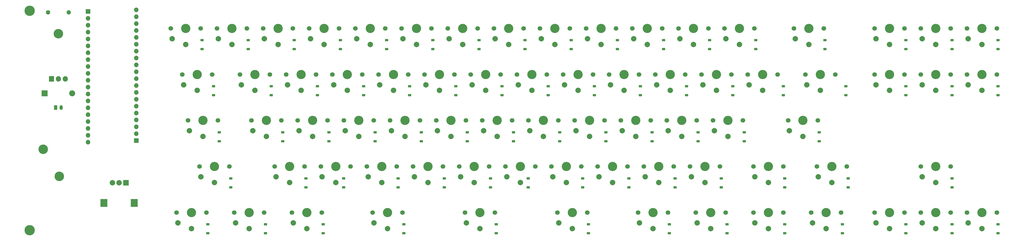
<source format=gbr>
%TF.GenerationSoftware,KiCad,Pcbnew,8.0.1*%
%TF.CreationDate,2024-07-20T19:57:27+09:00*%
%TF.ProjectId,lowd75,6c6f7764-3735-42e6-9b69-6361645f7063,rev?*%
%TF.SameCoordinates,Original*%
%TF.FileFunction,Soldermask,Bot*%
%TF.FilePolarity,Negative*%
%FSLAX46Y46*%
G04 Gerber Fmt 4.6, Leading zero omitted, Abs format (unit mm)*
G04 Created by KiCad (PCBNEW 8.0.1) date 2024-07-20 19:57:27*
%MOMM*%
%LPD*%
G01*
G04 APERTURE LIST*
G04 Aperture macros list*
%AMRoundRect*
0 Rectangle with rounded corners*
0 $1 Rounding radius*
0 $2 $3 $4 $5 $6 $7 $8 $9 X,Y pos of 4 corners*
0 Add a 4 corners polygon primitive as box body*
4,1,4,$2,$3,$4,$5,$6,$7,$8,$9,$2,$3,0*
0 Add four circle primitives for the rounded corners*
1,1,$1+$1,$2,$3*
1,1,$1+$1,$4,$5*
1,1,$1+$1,$6,$7*
1,1,$1+$1,$8,$9*
0 Add four rect primitives between the rounded corners*
20,1,$1+$1,$2,$3,$4,$5,0*
20,1,$1+$1,$4,$5,$6,$7,0*
20,1,$1+$1,$6,$7,$8,$9,0*
20,1,$1+$1,$8,$9,$2,$3,0*%
G04 Aperture macros list end*
%ADD10C,1.700000*%
%ADD11C,3.400000*%
%ADD12C,2.000000*%
%ADD13R,2.000000X2.000000*%
%ADD14R,2.500000X3.000000*%
%ADD15C,1.600000*%
%ADD16O,1.600000X1.600000*%
%ADD17R,2.200000X2.200000*%
%ADD18O,2.200000X2.200000*%
%ADD19R,1.700000X1.700000*%
%ADD20O,1.700000X1.700000*%
%ADD21RoundRect,0.250000X-0.350000X-0.625000X0.350000X-0.625000X0.350000X0.625000X-0.350000X0.625000X0*%
%ADD22O,1.200000X1.750000*%
%ADD23C,3.800000*%
%ADD24C,3.500000*%
%ADD25O,3.500000X3.500000*%
%ADD26R,1.905000X2.000000*%
%ADD27O,1.905000X2.000000*%
%ADD28RoundRect,0.225000X0.375000X-0.225000X0.375000X0.225000X-0.375000X0.225000X-0.375000X-0.225000X0*%
G04 APERTURE END LIST*
D10*
%TO.C,SW42*%
X645775000Y-173525000D03*
D11*
X651275000Y-173525000D03*
D10*
X656775000Y-173525000D03*
D12*
X646275000Y-177325000D03*
X651275000Y-179425000D03*
%TD*%
D10*
%TO.C,SW44*%
X679775000Y-173525000D03*
D11*
X685275000Y-173525000D03*
D10*
X690775000Y-173525000D03*
D12*
X680275000Y-177325000D03*
X685275000Y-179425000D03*
%TD*%
D10*
%TO.C,SW16*%
X790275000Y-139525000D03*
D11*
X795775000Y-139525000D03*
D10*
X801275000Y-139525000D03*
D12*
X790775000Y-143325000D03*
X795775000Y-145425000D03*
%TD*%
D13*
%TO.C,encoder1*%
X497500000Y-196500000D03*
D12*
X492500000Y-196500000D03*
X495000000Y-196500000D03*
D14*
X500600000Y-204000000D03*
X489400000Y-204000000D03*
%TD*%
D10*
%TO.C,SW41*%
X628775000Y-173525000D03*
D11*
X634275000Y-173525000D03*
D10*
X639775000Y-173525000D03*
D12*
X629275000Y-177325000D03*
X634275000Y-179425000D03*
%TD*%
D10*
%TO.C,SW26*%
X658525000Y-156525000D03*
D11*
X664025000Y-156525000D03*
D10*
X669525000Y-156525000D03*
D12*
X659025000Y-160325000D03*
X664025000Y-162425000D03*
%TD*%
D15*
%TO.C,R1*%
X468830000Y-133615000D03*
D16*
X476450000Y-133615000D03*
%TD*%
D10*
%TO.C,SW39*%
X594775000Y-173525000D03*
D11*
X600275000Y-173525000D03*
D10*
X605775000Y-173525000D03*
D12*
X595275000Y-177325000D03*
X600275000Y-179425000D03*
%TD*%
D10*
%TO.C,SW24*%
X624525000Y-156525000D03*
D11*
X630025000Y-156525000D03*
D10*
X635525000Y-156525000D03*
D12*
X625025000Y-160325000D03*
X630025000Y-162425000D03*
%TD*%
D10*
%TO.C,SW45*%
X696775000Y-173525000D03*
D11*
X702275000Y-173525000D03*
D10*
X707775000Y-173525000D03*
D12*
X697275000Y-177325000D03*
X702275000Y-179425000D03*
%TD*%
D10*
%TO.C,SW66*%
X622400000Y-207525000D03*
D11*
X627900000Y-207525000D03*
D10*
X633400000Y-207525000D03*
D12*
X622900000Y-211325000D03*
X627900000Y-213425000D03*
%TD*%
D10*
%TO.C,SW12*%
X701025000Y-139525000D03*
D11*
X706525000Y-139525000D03*
D10*
X712025000Y-139525000D03*
D12*
X701525000Y-143325000D03*
X706525000Y-145425000D03*
%TD*%
D10*
%TO.C,SW20*%
X556525000Y-156525000D03*
D11*
X562025000Y-156525000D03*
D10*
X567525000Y-156525000D03*
D12*
X557025000Y-160325000D03*
X562025000Y-162425000D03*
%TD*%
D10*
%TO.C,SW54*%
X637275000Y-190525000D03*
D11*
X642775000Y-190525000D03*
D10*
X648275000Y-190525000D03*
D12*
X637775000Y-194325000D03*
X642775000Y-196425000D03*
%TD*%
D10*
%TO.C,SW1*%
X514025000Y-139525000D03*
D11*
X519525000Y-139525000D03*
D10*
X525025000Y-139525000D03*
D12*
X514525000Y-143325000D03*
X519525000Y-145425000D03*
%TD*%
D10*
%TO.C,SW40*%
X611775000Y-173525000D03*
D11*
X617275000Y-173525000D03*
D10*
X622775000Y-173525000D03*
D12*
X612275000Y-177325000D03*
X617275000Y-179425000D03*
%TD*%
D10*
%TO.C,SW23*%
X607525000Y-156525000D03*
D11*
X613025000Y-156525000D03*
D10*
X618525000Y-156525000D03*
D12*
X608025000Y-160325000D03*
X613025000Y-162425000D03*
%TD*%
D10*
%TO.C,SW35*%
X520400000Y-173525000D03*
D11*
X525900000Y-173525000D03*
D10*
X531400000Y-173525000D03*
D12*
X520900000Y-177325000D03*
X525900000Y-179425000D03*
%TD*%
D17*
%TO.C,D75*%
X467560000Y-163515000D03*
D18*
X477720000Y-163515000D03*
%TD*%
D10*
%TO.C,SW7*%
X616025000Y-139525000D03*
D11*
X621525000Y-139525000D03*
D10*
X627025000Y-139525000D03*
D12*
X616525000Y-143325000D03*
X621525000Y-145425000D03*
%TD*%
D10*
%TO.C,SW60*%
X752025000Y-190525000D03*
D11*
X757525000Y-190525000D03*
D10*
X763025000Y-190525000D03*
D12*
X752525000Y-194325000D03*
X757525000Y-196425000D03*
%TD*%
D10*
%TO.C,SW21*%
X573525000Y-156525000D03*
D11*
X579025000Y-156525000D03*
D10*
X584525000Y-156525000D03*
D12*
X574025000Y-160325000D03*
X579025000Y-162425000D03*
%TD*%
D10*
%TO.C,SW9*%
X650025000Y-139525000D03*
D11*
X655525000Y-139525000D03*
D10*
X661025000Y-139525000D03*
D12*
X650525000Y-143325000D03*
X655525000Y-145425000D03*
%TD*%
D10*
%TO.C,SW70*%
X728650000Y-207525000D03*
D11*
X734150000Y-207525000D03*
D10*
X739650000Y-207525000D03*
D12*
X729150000Y-211325000D03*
X734150000Y-213425000D03*
%TD*%
D10*
%TO.C,SW4*%
X565025000Y-139525000D03*
D11*
X570525000Y-139525000D03*
D10*
X576025000Y-139525000D03*
D12*
X565525000Y-143325000D03*
X570525000Y-145425000D03*
%TD*%
D10*
%TO.C,SW3*%
X548025000Y-139525000D03*
D11*
X553525000Y-139525000D03*
D10*
X559025000Y-139525000D03*
D12*
X548525000Y-143325000D03*
X553525000Y-145425000D03*
%TD*%
D10*
%TO.C,SW51*%
X586275000Y-190525000D03*
D11*
X591775000Y-190525000D03*
D10*
X597275000Y-190525000D03*
D12*
X586775000Y-194325000D03*
X591775000Y-196425000D03*
%TD*%
D10*
%TO.C,SW64*%
X558650000Y-207525000D03*
D11*
X564150000Y-207525000D03*
D10*
X569650000Y-207525000D03*
D12*
X559150000Y-211325000D03*
X564150000Y-213425000D03*
%TD*%
D10*
%TO.C,SW74*%
X807275000Y-207525000D03*
D11*
X812775000Y-207525000D03*
D10*
X818275000Y-207525000D03*
D12*
X807775000Y-211325000D03*
X812775000Y-213425000D03*
%TD*%
D10*
%TO.C,SW15*%
X773275000Y-139525000D03*
D11*
X778775000Y-139525000D03*
D10*
X784275000Y-139525000D03*
D12*
X773775000Y-143325000D03*
X778775000Y-145425000D03*
%TD*%
D10*
%TO.C,SW31*%
X747775000Y-156525000D03*
D11*
X753275000Y-156525000D03*
D10*
X758775000Y-156525000D03*
D12*
X748275000Y-160325000D03*
X753275000Y-162425000D03*
%TD*%
D10*
%TO.C,SW68*%
X686150000Y-207525000D03*
D11*
X691650000Y-207525000D03*
D10*
X697150000Y-207525000D03*
D12*
X686650000Y-211325000D03*
X691650000Y-213425000D03*
%TD*%
D10*
%TO.C,SW36*%
X543775000Y-173525000D03*
D11*
X549275000Y-173525000D03*
D10*
X554775000Y-173525000D03*
D12*
X544275000Y-177325000D03*
X549275000Y-179425000D03*
%TD*%
D10*
%TO.C,SW72*%
X773275000Y-207525000D03*
D11*
X778775000Y-207525000D03*
D10*
X784275000Y-207525000D03*
D12*
X773775000Y-211325000D03*
X778775000Y-213425000D03*
%TD*%
D10*
%TO.C,SW46*%
X713775000Y-173525000D03*
D11*
X719275000Y-173525000D03*
D10*
X724775000Y-173525000D03*
D12*
X714275000Y-177325000D03*
X719275000Y-179425000D03*
%TD*%
D10*
%TO.C,SW53*%
X620275000Y-190525000D03*
D11*
X625775000Y-190525000D03*
D10*
X631275000Y-190525000D03*
D12*
X620775000Y-194325000D03*
X625775000Y-196425000D03*
%TD*%
D10*
%TO.C,SW49*%
X552275000Y-190525000D03*
D11*
X557775000Y-190525000D03*
D10*
X563275000Y-190525000D03*
D12*
X552775000Y-194325000D03*
X557775000Y-196425000D03*
%TD*%
D10*
%TO.C,SW62*%
X516150000Y-207525000D03*
D11*
X521650000Y-207525000D03*
D10*
X527150000Y-207525000D03*
D12*
X516650000Y-211325000D03*
X521650000Y-213425000D03*
%TD*%
D10*
%TO.C,SW69*%
X707400000Y-207525000D03*
D11*
X712900000Y-207525000D03*
D10*
X718400000Y-207525000D03*
D12*
X707900000Y-211325000D03*
X712900000Y-213425000D03*
%TD*%
D10*
%TO.C,SW52*%
X603275000Y-190525000D03*
D11*
X608775000Y-190525000D03*
D10*
X614275000Y-190525000D03*
D12*
X603775000Y-194325000D03*
X608775000Y-196425000D03*
%TD*%
D19*
%TO.C,J1*%
X483545000Y-133234999D03*
D20*
X483545000Y-135774999D03*
X483545000Y-138314998D03*
X483545000Y-140854999D03*
X483545000Y-143394999D03*
X483545000Y-145934999D03*
X483545000Y-148474999D03*
X483545000Y-151015000D03*
X483545000Y-153554999D03*
X483545000Y-156094999D03*
X483545000Y-158634999D03*
X483545000Y-161174998D03*
X483545000Y-163714999D03*
X483545000Y-166254999D03*
X483545000Y-168794999D03*
X483545000Y-171334998D03*
X483545000Y-173875000D03*
X483545000Y-176414999D03*
X483545000Y-178954999D03*
X483545000Y-181494999D03*
%TD*%
D10*
%TO.C,SW6*%
X599025000Y-139525000D03*
D11*
X604525000Y-139525000D03*
D10*
X610025000Y-139525000D03*
D12*
X599525000Y-143325000D03*
X604525000Y-145425000D03*
%TD*%
D10*
%TO.C,SW50*%
X569275000Y-190525000D03*
D11*
X574775000Y-190525000D03*
D10*
X580275000Y-190525000D03*
D12*
X569775000Y-194325000D03*
X574775000Y-196425000D03*
%TD*%
D21*
%TO.C,J3*%
X471640000Y-168765000D03*
D22*
X473640000Y-168765000D03*
%TD*%
D10*
%TO.C,SW57*%
X688275000Y-190525000D03*
D11*
X693775000Y-190525000D03*
D10*
X699275000Y-190525000D03*
D12*
X688775000Y-194325000D03*
X693775000Y-196425000D03*
%TD*%
D23*
%TO.C,REF\u002A\u002A*%
X462000000Y-214000000D03*
%TD*%
D10*
%TO.C,SW59*%
X728650000Y-190525000D03*
D11*
X734150000Y-190525000D03*
D10*
X739650000Y-190525000D03*
D12*
X729150000Y-194325000D03*
X734150000Y-196425000D03*
%TD*%
D10*
%TO.C,SW43*%
X662775000Y-173525000D03*
D11*
X668275000Y-173525000D03*
D10*
X673775000Y-173525000D03*
D12*
X663275000Y-177325000D03*
X668275000Y-179425000D03*
%TD*%
D10*
%TO.C,SW56*%
X671275000Y-190525000D03*
D11*
X676775000Y-190525000D03*
D10*
X682275000Y-190525000D03*
D12*
X671775000Y-194325000D03*
X676775000Y-196425000D03*
%TD*%
D10*
%TO.C,SW10*%
X667025000Y-139525000D03*
D11*
X672525000Y-139525000D03*
D10*
X678025000Y-139525000D03*
D12*
X667525000Y-143325000D03*
X672525000Y-145425000D03*
%TD*%
D10*
%TO.C,SW55*%
X654275000Y-190525000D03*
D11*
X659775000Y-190525000D03*
D10*
X665275000Y-190525000D03*
D12*
X654775000Y-194325000D03*
X659775000Y-196425000D03*
%TD*%
D10*
%TO.C,SW58*%
X705275000Y-190525000D03*
D11*
X710775000Y-190525000D03*
D10*
X716275000Y-190525000D03*
D12*
X705775000Y-194325000D03*
X710775000Y-196425000D03*
%TD*%
D10*
%TO.C,SW17*%
X807275000Y-139525000D03*
D11*
X812775000Y-139525000D03*
D10*
X818275000Y-139525000D03*
D12*
X807775000Y-143325000D03*
X812775000Y-145425000D03*
%TD*%
D10*
%TO.C,SW37*%
X560775000Y-173525000D03*
D11*
X566275000Y-173525000D03*
D10*
X571775000Y-173525000D03*
D12*
X561275000Y-177325000D03*
X566275000Y-179425000D03*
%TD*%
D10*
%TO.C,SW61*%
X790275000Y-190525000D03*
D11*
X795775000Y-190525000D03*
D10*
X801275000Y-190525000D03*
D12*
X790775000Y-194325000D03*
X795775000Y-196425000D03*
%TD*%
D10*
%TO.C,SW34*%
X807275000Y-156525000D03*
D11*
X812775000Y-156525000D03*
D10*
X818275000Y-156525000D03*
D12*
X807775000Y-160325000D03*
X812775000Y-162425000D03*
%TD*%
D23*
%TO.C,REF\u002A\u002A*%
X462000000Y-133000000D03*
%TD*%
D10*
%TO.C,SW8*%
X633025000Y-139525000D03*
D11*
X638525000Y-139525000D03*
D10*
X644025000Y-139525000D03*
D12*
X633525000Y-143325000D03*
X638525000Y-145425000D03*
%TD*%
D10*
%TO.C,SW71*%
X749900000Y-207525000D03*
D11*
X755400000Y-207525000D03*
D10*
X760900000Y-207525000D03*
D12*
X750400000Y-211325000D03*
X755400000Y-213425000D03*
%TD*%
D10*
%TO.C,SW28*%
X692525000Y-156525000D03*
D11*
X698025000Y-156525000D03*
D10*
X703525000Y-156525000D03*
D12*
X693025000Y-160325000D03*
X698025000Y-162425000D03*
%TD*%
D10*
%TO.C,SW33*%
X790275000Y-156525000D03*
D11*
X795775000Y-156525000D03*
D10*
X801275000Y-156525000D03*
D12*
X790775000Y-160325000D03*
X795775000Y-162425000D03*
%TD*%
D10*
%TO.C,SW48*%
X524650000Y-190525000D03*
D11*
X530150000Y-190525000D03*
D10*
X535650000Y-190525000D03*
D12*
X525150000Y-194325000D03*
X530150000Y-196425000D03*
%TD*%
D10*
%TO.C,SW14*%
X743525000Y-139525000D03*
D11*
X749025000Y-139525000D03*
D10*
X754525000Y-139525000D03*
D12*
X744025000Y-143325000D03*
X749025000Y-145425000D03*
%TD*%
D10*
%TO.C,SW73*%
X790275000Y-207525000D03*
D11*
X795775000Y-207525000D03*
D10*
X801275000Y-207525000D03*
D12*
X790775000Y-211325000D03*
X795775000Y-213425000D03*
%TD*%
D10*
%TO.C,SW2*%
X531025000Y-139525000D03*
D11*
X536525000Y-139525000D03*
D10*
X542025000Y-139525000D03*
D12*
X531525000Y-143325000D03*
X536525000Y-145425000D03*
%TD*%
D19*
%TO.C,J2*%
X501300000Y-180964999D03*
D20*
X501300000Y-178424999D03*
X501300000Y-175885000D03*
X501300000Y-173344999D03*
X501300000Y-170804999D03*
X501300000Y-168264999D03*
X501300000Y-165724999D03*
X501300000Y-163184998D03*
X501300000Y-160644999D03*
X501300000Y-158104999D03*
X501300000Y-155564999D03*
X501300000Y-153025000D03*
X501300000Y-150484999D03*
X501300000Y-147944999D03*
X501300000Y-145404999D03*
X501300000Y-142865000D03*
X501300000Y-140324998D03*
X501300000Y-137784999D03*
X501300000Y-135244999D03*
X501300000Y-132704999D03*
%TD*%
D10*
%TO.C,SW65*%
X588400000Y-207525000D03*
D11*
X593900000Y-207525000D03*
D10*
X599400000Y-207525000D03*
D12*
X588900000Y-211325000D03*
X593900000Y-213425000D03*
%TD*%
D10*
%TO.C,SW5*%
X582025000Y-139525000D03*
D11*
X587525000Y-139525000D03*
D10*
X593025000Y-139525000D03*
D12*
X582525000Y-143325000D03*
X587525000Y-145425000D03*
%TD*%
D10*
%TO.C,SW30*%
X726525000Y-156525000D03*
D11*
X732025000Y-156525000D03*
D10*
X737525000Y-156525000D03*
D12*
X727025000Y-160325000D03*
X732025000Y-162425000D03*
%TD*%
D10*
%TO.C,SW13*%
X718025000Y-139525000D03*
D11*
X723525000Y-139525000D03*
D10*
X729025000Y-139525000D03*
D12*
X718525000Y-143325000D03*
X723525000Y-145425000D03*
%TD*%
D10*
%TO.C,SW38*%
X577775000Y-173525000D03*
D11*
X583275000Y-173525000D03*
D10*
X588775000Y-173525000D03*
D12*
X578275000Y-177325000D03*
X583275000Y-179425000D03*
%TD*%
D10*
%TO.C,SW67*%
X656400000Y-207525000D03*
D11*
X661900000Y-207525000D03*
D10*
X667400000Y-207525000D03*
D12*
X656900000Y-211325000D03*
X661900000Y-213425000D03*
%TD*%
D10*
%TO.C,SW11*%
X684025000Y-139525000D03*
D11*
X689525000Y-139525000D03*
D10*
X695025000Y-139525000D03*
D12*
X684525000Y-143325000D03*
X689525000Y-145425000D03*
%TD*%
D10*
%TO.C,SW29*%
X709525000Y-156525000D03*
D11*
X715025000Y-156525000D03*
D10*
X720525000Y-156525000D03*
D12*
X710025000Y-160325000D03*
X715025000Y-162425000D03*
%TD*%
D10*
%TO.C,SW25*%
X641525000Y-156525000D03*
D11*
X647025000Y-156525000D03*
D10*
X652525000Y-156525000D03*
D12*
X642025000Y-160325000D03*
X647025000Y-162425000D03*
%TD*%
D24*
%TO.C,REF\u002A\u002A*%
X473000000Y-194125000D03*
X467000000Y-184125000D03*
%TD*%
D10*
%TO.C,SW18*%
X518275000Y-156525000D03*
D11*
X523775000Y-156525000D03*
D10*
X529275000Y-156525000D03*
D12*
X518775000Y-160325000D03*
X523775000Y-162425000D03*
%TD*%
D10*
%TO.C,SW63*%
X537400000Y-207525000D03*
D11*
X542900000Y-207525000D03*
D10*
X548400000Y-207525000D03*
D12*
X537900000Y-211325000D03*
X542900000Y-213425000D03*
%TD*%
D10*
%TO.C,SW27*%
X675525000Y-156525000D03*
D11*
X681025000Y-156525000D03*
D10*
X686525000Y-156525000D03*
D12*
X676025000Y-160325000D03*
X681025000Y-162425000D03*
%TD*%
D25*
%TO.C,Q1*%
X472640000Y-141465000D03*
D26*
X470100000Y-158125000D03*
D27*
X472640000Y-158125000D03*
X475179999Y-158125000D03*
%TD*%
D10*
%TO.C,SW32*%
X773275000Y-156525000D03*
D11*
X778775000Y-156525000D03*
D10*
X784275000Y-156525000D03*
D12*
X773775000Y-160325000D03*
X778775000Y-162425000D03*
%TD*%
D10*
%TO.C,SW47*%
X741400000Y-173525000D03*
D11*
X746900000Y-173525000D03*
D10*
X752400000Y-173525000D03*
D12*
X741900000Y-177325000D03*
X746900000Y-179425000D03*
%TD*%
D10*
%TO.C,SW19*%
X539525000Y-156525000D03*
D11*
X545025000Y-156525000D03*
D10*
X550525000Y-156525000D03*
D12*
X540025000Y-160325000D03*
X545025000Y-162425000D03*
%TD*%
D10*
%TO.C,SW22*%
X590525000Y-156525000D03*
D11*
X596025000Y-156525000D03*
D10*
X601525000Y-156525000D03*
D12*
X591025000Y-160325000D03*
X596025000Y-162425000D03*
%TD*%
D28*
%TO.C,D2*%
X542525000Y-147175000D03*
X542525000Y-143875000D03*
%TD*%
%TO.C,D39*%
X606275000Y-181175000D03*
X606275000Y-177875000D03*
%TD*%
%TO.C,D23*%
X619025000Y-164175000D03*
X619025000Y-160875000D03*
%TD*%
%TO.C,D30*%
X739675000Y-164175000D03*
X739675000Y-160875000D03*
%TD*%
%TO.C,D55*%
X665775000Y-198175000D03*
X665775000Y-194875000D03*
%TD*%
%TO.C,D59*%
X740150000Y-198175000D03*
X740150000Y-194875000D03*
%TD*%
%TO.C,D49*%
X563775000Y-198175000D03*
X563775000Y-194875000D03*
%TD*%
%TO.C,D64*%
X570150000Y-215175000D03*
X570150000Y-211875000D03*
%TD*%
%TO.C,D8*%
X644525000Y-147175000D03*
X644525000Y-143875000D03*
%TD*%
%TO.C,D34*%
X818775000Y-164175000D03*
X818775000Y-160875000D03*
%TD*%
%TO.C,D45*%
X708275000Y-181175000D03*
X708275000Y-177875000D03*
%TD*%
%TO.C,D35*%
X531900000Y-181175000D03*
X531900000Y-177875000D03*
%TD*%
%TO.C,D53*%
X631775000Y-198175000D03*
X631775000Y-194875000D03*
%TD*%
%TO.C,D43*%
X674275000Y-181175000D03*
X674275000Y-177875000D03*
%TD*%
%TO.C,D72*%
X784775000Y-215175000D03*
X784775000Y-211875000D03*
%TD*%
%TO.C,D14*%
X755025000Y-147175000D03*
X755025000Y-143875000D03*
%TD*%
%TO.C,D44*%
X691275000Y-181175000D03*
X691275000Y-177875000D03*
%TD*%
%TO.C,D12*%
X712525000Y-147175000D03*
X712525000Y-143875000D03*
%TD*%
%TO.C,D33*%
X801775000Y-164175000D03*
X801775000Y-160875000D03*
%TD*%
%TO.C,D54*%
X645675000Y-198175000D03*
X645675000Y-194875000D03*
%TD*%
%TO.C,D48*%
X536150000Y-198175000D03*
X536150000Y-194875000D03*
%TD*%
%TO.C,D32*%
X784775000Y-164175000D03*
X784775000Y-160875000D03*
%TD*%
%TO.C,D58*%
X716775000Y-198175000D03*
X716775000Y-194875000D03*
%TD*%
%TO.C,D36*%
X555275000Y-181175000D03*
X555275000Y-177875000D03*
%TD*%
%TO.C,D41*%
X640275000Y-181175000D03*
X640275000Y-177875000D03*
%TD*%
%TO.C,D51*%
X597775000Y-198175000D03*
X597775000Y-194875000D03*
%TD*%
%TO.C,D22*%
X602025000Y-164175000D03*
X602025000Y-160875000D03*
%TD*%
%TO.C,D3*%
X559525000Y-147175000D03*
X559525000Y-143875000D03*
%TD*%
%TO.C,D46*%
X725275000Y-181175000D03*
X725275000Y-177875000D03*
%TD*%
%TO.C,D40*%
X623275000Y-181175000D03*
X623275000Y-177875000D03*
%TD*%
%TO.C,D56*%
X682775000Y-198175000D03*
X682775000Y-194875000D03*
%TD*%
%TO.C,D73*%
X801775000Y-215175000D03*
X801775000Y-211875000D03*
%TD*%
%TO.C,D25*%
X653025000Y-164175000D03*
X653025000Y-160875000D03*
%TD*%
%TO.C,D5*%
X593525000Y-147175000D03*
X593525000Y-143875000D03*
%TD*%
%TO.C,D27*%
X687025000Y-164175000D03*
X687025000Y-160875000D03*
%TD*%
%TO.C,D18*%
X529775000Y-164175000D03*
X529775000Y-160875000D03*
%TD*%
%TO.C,D4*%
X576525000Y-147175000D03*
X576525000Y-143875000D03*
%TD*%
%TO.C,D70*%
X740150000Y-215175000D03*
X740150000Y-211875000D03*
%TD*%
%TO.C,D52*%
X614775000Y-198175000D03*
X614775000Y-194875000D03*
%TD*%
%TO.C,D37*%
X572275000Y-181175000D03*
X572275000Y-177875000D03*
%TD*%
%TO.C,D13*%
X729525000Y-147175000D03*
X729525000Y-143875000D03*
%TD*%
%TO.C,D69*%
X718900000Y-215175000D03*
X718900000Y-211875000D03*
%TD*%
%TO.C,D38*%
X589275000Y-181175000D03*
X589275000Y-177875000D03*
%TD*%
%TO.C,D21*%
X585025000Y-164175000D03*
X585025000Y-160875000D03*
%TD*%
%TO.C,D71*%
X761400000Y-215175000D03*
X761400000Y-211875000D03*
%TD*%
%TO.C,D65*%
X599900000Y-215175000D03*
X599900000Y-211875000D03*
%TD*%
%TO.C,D67*%
X667900000Y-215175000D03*
X667900000Y-211875000D03*
%TD*%
%TO.C,D15*%
X784775000Y-147175000D03*
X784775000Y-143875000D03*
%TD*%
%TO.C,D10*%
X678525000Y-147175000D03*
X678525000Y-143875000D03*
%TD*%
%TO.C,D6*%
X610525000Y-147175000D03*
X610525000Y-143875000D03*
%TD*%
%TO.C,D60*%
X763525000Y-198175000D03*
X763525000Y-194875000D03*
%TD*%
%TO.C,D11*%
X695525000Y-147175000D03*
X695525000Y-143875000D03*
%TD*%
%TO.C,D62*%
X527650000Y-215175000D03*
X527650000Y-211875000D03*
%TD*%
%TO.C,D50*%
X577675000Y-198175000D03*
X577675000Y-194875000D03*
%TD*%
%TO.C,D42*%
X657275000Y-181175000D03*
X657275000Y-177875000D03*
%TD*%
%TO.C,D47*%
X752900000Y-181175000D03*
X752900000Y-177875000D03*
%TD*%
%TO.C,D1*%
X525525000Y-147175000D03*
X525525000Y-143875000D03*
%TD*%
%TO.C,D17*%
X818775000Y-147175000D03*
X818775000Y-143875000D03*
%TD*%
%TO.C,D20*%
X568025000Y-164175000D03*
X568025000Y-160875000D03*
%TD*%
%TO.C,D31*%
X762675000Y-164175000D03*
X762675000Y-160875000D03*
%TD*%
%TO.C,D26*%
X670025000Y-164175000D03*
X670025000Y-160875000D03*
%TD*%
%TO.C,D7*%
X627525000Y-147175000D03*
X627525000Y-143875000D03*
%TD*%
%TO.C,D74*%
X818775000Y-215175000D03*
X818775000Y-211875000D03*
%TD*%
%TO.C,D28*%
X704025000Y-164175000D03*
X704025000Y-160875000D03*
%TD*%
%TO.C,D19*%
X551025000Y-164175000D03*
X551025000Y-160875000D03*
%TD*%
%TO.C,D66*%
X633900000Y-215175000D03*
X633900000Y-211875000D03*
%TD*%
%TO.C,D9*%
X661525000Y-147175000D03*
X661525000Y-143875000D03*
%TD*%
%TO.C,D68*%
X697650000Y-215175000D03*
X697650000Y-211875000D03*
%TD*%
%TO.C,D57*%
X699775000Y-198175000D03*
X699775000Y-194875000D03*
%TD*%
%TO.C,D63*%
X548900000Y-215175000D03*
X548900000Y-211875000D03*
%TD*%
%TO.C,D24*%
X636025000Y-164175000D03*
X636025000Y-160875000D03*
%TD*%
%TO.C,D16*%
X801775000Y-147175000D03*
X801775000Y-143875000D03*
%TD*%
%TO.C,D29*%
X721025000Y-164175000D03*
X721025000Y-160875000D03*
%TD*%
%TO.C,D61*%
X801775000Y-198175000D03*
X801775000Y-194875000D03*
%TD*%
M02*

</source>
